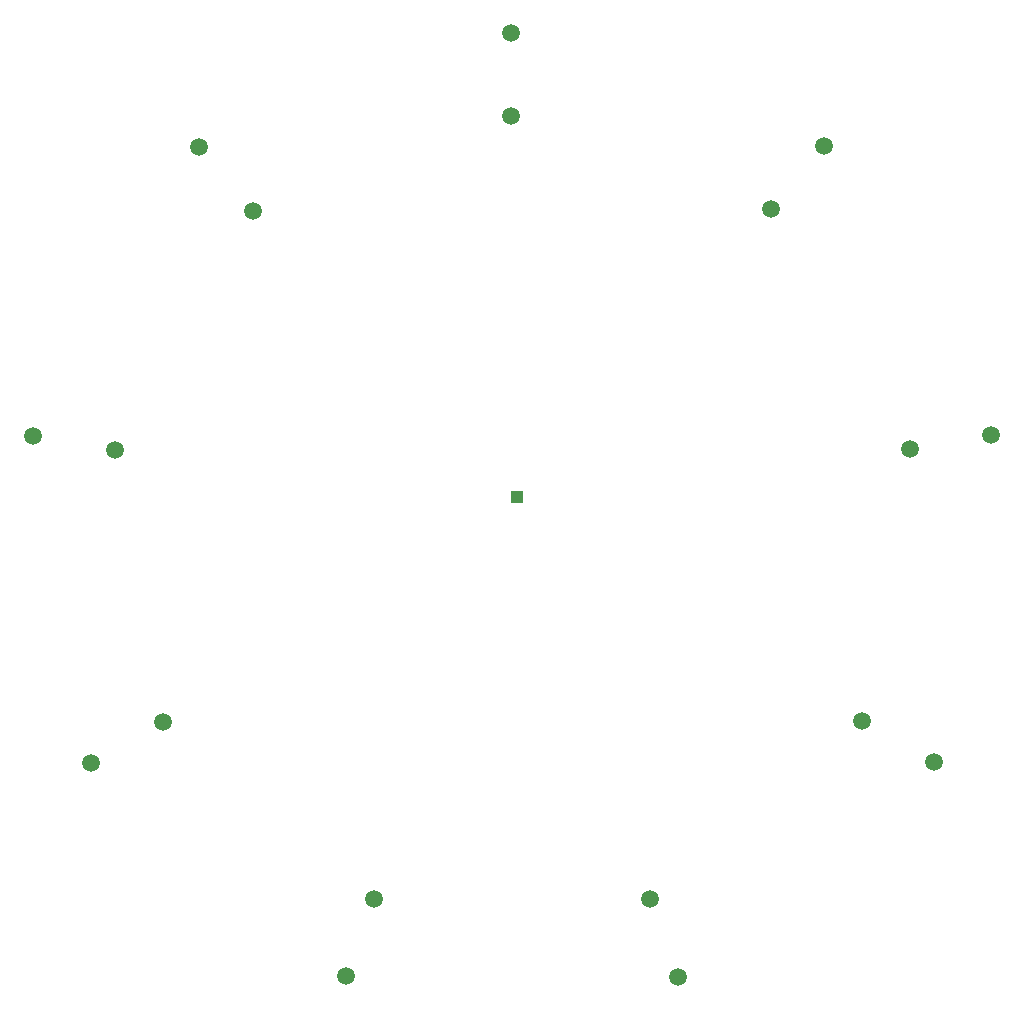
<source format=gbr>
%TF.GenerationSoftware,KiCad,Pcbnew,(5.1.9)-1*%
%TF.CreationDate,2022-01-01T02:22:56+09:00*%
%TF.ProjectId,DiodeORLogic,44696f64-654f-4524-9c6f-6769632e6b69,rev?*%
%TF.SameCoordinates,Original*%
%TF.FileFunction,Soldermask,Bot*%
%TF.FilePolarity,Negative*%
%FSLAX46Y46*%
G04 Gerber Fmt 4.6, Leading zero omitted, Abs format (unit mm)*
G04 Created by KiCad (PCBNEW (5.1.9)-1) date 2022-01-01 02:22:56*
%MOMM*%
%LPD*%
G01*
G04 APERTURE LIST*
%ADD10R,1.000000X1.000000*%
%ADD11C,1.500000*%
G04 APERTURE END LIST*
D10*
%TO.C,REF1*%
X144750000Y-91350000D03*
%TD*%
D11*
%TO.C,J9*%
X144270000Y-59050000D03*
X144270000Y-52050000D03*
%TD*%
%TO.C,J8*%
X122395527Y-67078320D03*
X117896013Y-61716009D03*
%TD*%
%TO.C,J7*%
X110718981Y-87348850D03*
X103825327Y-86133313D03*
%TD*%
%TO.C,J6*%
X114818269Y-110380000D03*
X108756091Y-113880000D03*
%TD*%
%TO.C,J5*%
X132679156Y-125324159D03*
X130285015Y-131902007D03*
%TD*%
%TO.C,J4*%
X156006546Y-125392830D03*
X158400687Y-131970678D03*
%TD*%
%TO.C,J3*%
X173991731Y-110290000D03*
X180053909Y-113790000D03*
%TD*%
%TO.C,J2*%
X178021019Y-87298850D03*
X184914673Y-86083313D03*
%TD*%
%TO.C,J1*%
X166254473Y-66978320D03*
X170753987Y-61616009D03*
%TD*%
M02*

</source>
